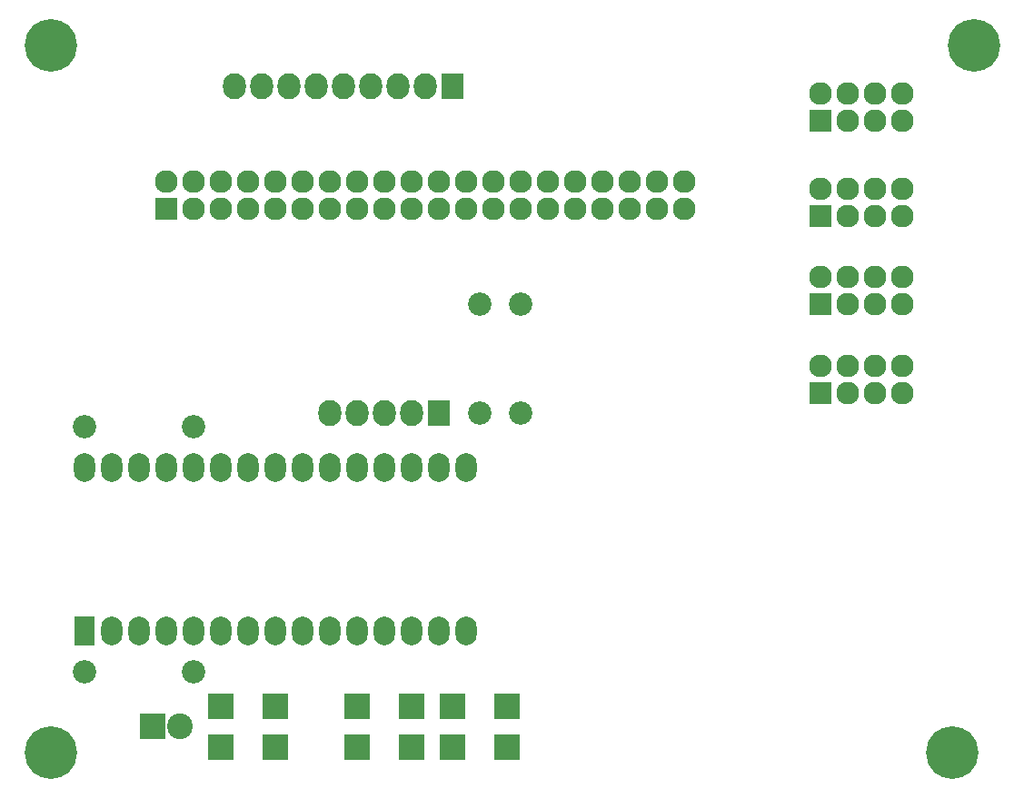
<source format=gbs>
G04 #@! TF.FileFunction,Soldermask,Bot*
%FSLAX46Y46*%
G04 Gerber Fmt 4.6, Leading zero omitted, Abs format (unit mm)*
G04 Created by KiCad (PCBNEW 4.0.2+e4-6225~38~ubuntu15.10.1-stable) date mar. 20 sept. 2016 08:20:47 CEST*
%MOMM*%
G01*
G04 APERTURE LIST*
%ADD10C,0.100000*%
%ADD11C,4.900000*%
%ADD12R,2.127200X2.127200*%
%ADD13O,2.127200X2.127200*%
%ADD14R,2.400000X2.400000*%
%ADD15C,2.400000*%
%ADD16C,2.178000*%
%ADD17R,2.398980X2.398980*%
%ADD18R,1.974800X2.686000*%
%ADD19O,1.974800X2.686000*%
%ADD20R,2.127200X2.432000*%
%ADD21O,2.127200X2.432000*%
G04 APERTURE END LIST*
D10*
D11*
X107000000Y-19000000D03*
X105000000Y-85000000D03*
X21000000Y-85000000D03*
D12*
X92710000Y-26035000D03*
D13*
X92710000Y-23495000D03*
X95250000Y-26035000D03*
X95250000Y-23495000D03*
X97790000Y-26035000D03*
X97790000Y-23495000D03*
X100330000Y-26035000D03*
X100330000Y-23495000D03*
D14*
X30480000Y-82550000D03*
D15*
X33020000Y-82550000D03*
D16*
X34290000Y-54610000D03*
X24130000Y-54610000D03*
X34290000Y-77470000D03*
X24130000Y-77470000D03*
X64770000Y-43180000D03*
X64770000Y-53340000D03*
X60960000Y-43180000D03*
X60960000Y-53340000D03*
D17*
X41910000Y-84455000D03*
X41910000Y-80645000D03*
X36830000Y-84455000D03*
X36830000Y-80645000D03*
X63500000Y-84455000D03*
X63500000Y-80645000D03*
X58420000Y-84455000D03*
X58420000Y-80645000D03*
X54610000Y-84455000D03*
X54610000Y-80645000D03*
X49530000Y-84455000D03*
X49530000Y-80645000D03*
D18*
X24130000Y-73660000D03*
D19*
X26670000Y-73660000D03*
X29210000Y-73660000D03*
X31750000Y-73660000D03*
X34290000Y-73660000D03*
X36830000Y-73660000D03*
X39370000Y-73660000D03*
X41910000Y-73660000D03*
X44450000Y-73660000D03*
X46990000Y-73660000D03*
X49530000Y-73660000D03*
X52070000Y-73660000D03*
X54610000Y-73660000D03*
X57150000Y-73660000D03*
X59690000Y-73660000D03*
X59690000Y-58420000D03*
X57150000Y-58420000D03*
X54610000Y-58420000D03*
X52070000Y-58420000D03*
X49530000Y-58420000D03*
X46990000Y-58420000D03*
X44450000Y-58420000D03*
X41910000Y-58420000D03*
X39370000Y-58420000D03*
X36830000Y-58420000D03*
X34290000Y-58420000D03*
X31750000Y-58420000D03*
X29210000Y-58420000D03*
X26670000Y-58420000D03*
X24130000Y-58420000D03*
D12*
X92710000Y-51435000D03*
D13*
X92710000Y-48895000D03*
X95250000Y-51435000D03*
X95250000Y-48895000D03*
X97790000Y-51435000D03*
X97790000Y-48895000D03*
X100330000Y-51435000D03*
X100330000Y-48895000D03*
D12*
X92710000Y-43180000D03*
D13*
X92710000Y-40640000D03*
X95250000Y-43180000D03*
X95250000Y-40640000D03*
X97790000Y-43180000D03*
X97790000Y-40640000D03*
X100330000Y-43180000D03*
X100330000Y-40640000D03*
D12*
X92710000Y-34925000D03*
D13*
X92710000Y-32385000D03*
X95250000Y-34925000D03*
X95250000Y-32385000D03*
X97790000Y-34925000D03*
X97790000Y-32385000D03*
X100330000Y-34925000D03*
X100330000Y-32385000D03*
D20*
X57150000Y-53340000D03*
D21*
X54610000Y-53340000D03*
X52070000Y-53340000D03*
X49530000Y-53340000D03*
X46990000Y-53340000D03*
D20*
X58420000Y-22860000D03*
D21*
X55880000Y-22860000D03*
X53340000Y-22860000D03*
X50800000Y-22860000D03*
X48260000Y-22860000D03*
X45720000Y-22860000D03*
X43180000Y-22860000D03*
X40640000Y-22860000D03*
X38100000Y-22860000D03*
D11*
X21000000Y-19000000D03*
D12*
X31750000Y-34290000D03*
D13*
X31750000Y-31750000D03*
X34290000Y-34290000D03*
X34290000Y-31750000D03*
X36830000Y-34290000D03*
X36830000Y-31750000D03*
X39370000Y-34290000D03*
X39370000Y-31750000D03*
X41910000Y-34290000D03*
X41910000Y-31750000D03*
X44450000Y-34290000D03*
X44450000Y-31750000D03*
X46990000Y-34290000D03*
X46990000Y-31750000D03*
X49530000Y-34290000D03*
X49530000Y-31750000D03*
X52070000Y-34290000D03*
X52070000Y-31750000D03*
X54610000Y-34290000D03*
X54610000Y-31750000D03*
X57150000Y-34290000D03*
X57150000Y-31750000D03*
X59690000Y-34290000D03*
X59690000Y-31750000D03*
X62230000Y-34290000D03*
X62230000Y-31750000D03*
X64770000Y-34290000D03*
X64770000Y-31750000D03*
X67310000Y-34290000D03*
X67310000Y-31750000D03*
X69850000Y-34290000D03*
X69850000Y-31750000D03*
X72390000Y-34290000D03*
X72390000Y-31750000D03*
X74930000Y-34290000D03*
X74930000Y-31750000D03*
X77470000Y-34290000D03*
X77470000Y-31750000D03*
X80010000Y-34290000D03*
X80010000Y-31750000D03*
M02*

</source>
